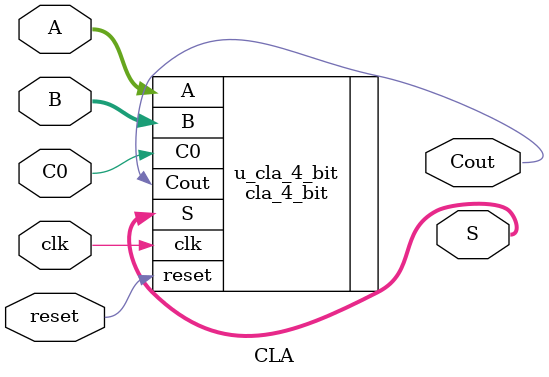
<source format=v>

`timescale 1ns/1ps
`include "cla.v"

module CLA(
    input [3:0] A, B, 
    input C0,
    input clk,
    input reset,
    output [3:0] S,
    output Cout);

    cla_4_bit u_cla_4_bit (
        .A(A), .B(B), .C0(C0), .clk(clk), .reset(reset),
        .S(S), .Cout(Cout)
    );
endmodule

</source>
